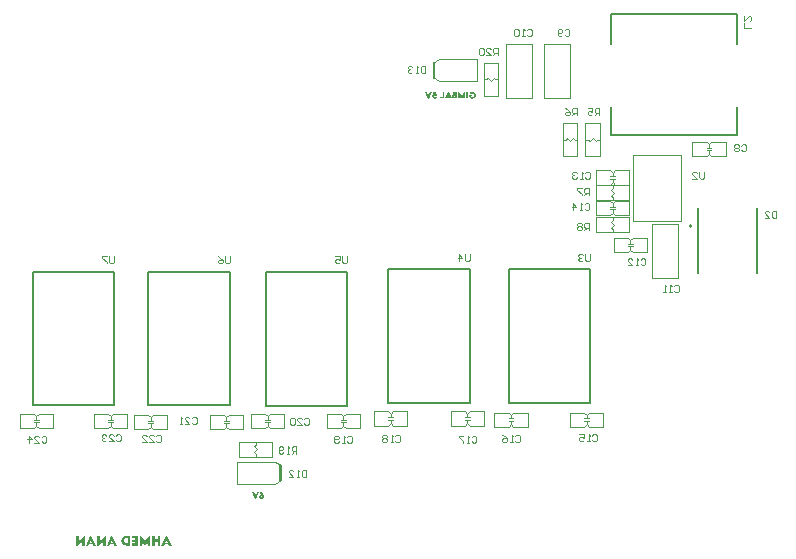
<source format=gbr>
%TF.GenerationSoftware,Altium Limited,Altium Designer,22.5.1 (42)*%
G04 Layer_Color=32896*
%FSLAX44Y44*%
%MOMM*%
%TF.SameCoordinates,01627914-4FCA-44A5-8146-F6A238B5A28C*%
%TF.FilePolarity,Positive*%
%TF.FileFunction,Legend,Bot*%
%TF.Part,Single*%
G01*
G75*
%TA.AperFunction,NonConductor*%
%ADD58C,0.2000*%
%ADD59C,0.0600*%
%ADD60C,0.1000*%
%ADD61C,0.1500*%
G36*
X-180953Y-235676D02*
X-183167D01*
Y-232511D01*
X-185678D01*
Y-235676D01*
X-187892D01*
Y-227295D01*
X-185678D01*
Y-230445D01*
X-183167D01*
Y-227295D01*
X-180953D01*
Y-235676D01*
D02*
G37*
G36*
X-227283D02*
X-229497D01*
Y-231575D01*
X-233821Y-235750D01*
X-234520D01*
Y-227280D01*
X-232306D01*
Y-231367D01*
X-227997Y-227206D01*
X-227283D01*
Y-235676D01*
D02*
G37*
G36*
X-245084Y-235676D02*
X-247298D01*
Y-231575D01*
X-251622Y-235750D01*
X-252321D01*
Y-227280D01*
X-250107D01*
Y-231367D01*
X-245798Y-227206D01*
X-245084D01*
Y-235676D01*
D02*
G37*
G36*
X-189363Y-235676D02*
X-191577D01*
Y-232347D01*
X-193850Y-235542D01*
X-193865D01*
X-196139Y-232347D01*
Y-235676D01*
X-198353D01*
Y-227206D01*
X-197461D01*
X-193850Y-232139D01*
X-190255Y-227206D01*
X-189363D01*
Y-235676D01*
D02*
G37*
G36*
X-171250D02*
X-173687D01*
X-174103Y-234695D01*
X-177253D01*
X-177669Y-235676D01*
X-180106D01*
X-176198Y-227176D01*
X-175143D01*
X-171250Y-235676D01*
D02*
G37*
G36*
X-199824D02*
X-205262D01*
Y-233610D01*
X-202008D01*
Y-232377D01*
X-204683D01*
Y-230534D01*
X-202008D01*
Y-229361D01*
X-205262D01*
Y-227295D01*
X-199824D01*
Y-235676D01*
D02*
G37*
G36*
X-206510Y-227295D02*
Y-235676D01*
X-209334D01*
X-209452Y-235661D01*
X-209601D01*
X-209779Y-235631D01*
X-209987Y-235616D01*
X-210225Y-235572D01*
X-210478Y-235527D01*
X-210745Y-235468D01*
X-211028Y-235393D01*
X-211295Y-235304D01*
X-211577Y-235200D01*
X-211860Y-235067D01*
X-212127Y-234918D01*
X-212380Y-234754D01*
X-212617Y-234561D01*
X-212632Y-234546D01*
X-212677Y-234517D01*
X-212736Y-234442D01*
X-212811Y-234353D01*
X-212900Y-234249D01*
X-213004Y-234116D01*
X-213108Y-233952D01*
X-213227Y-233759D01*
X-213331Y-233566D01*
X-213450Y-233328D01*
X-213554Y-233075D01*
X-213643Y-232808D01*
X-213732Y-232511D01*
X-213791Y-232199D01*
X-213836Y-231857D01*
X-213851Y-231500D01*
Y-231471D01*
Y-231411D01*
X-213836Y-231307D01*
X-213821Y-231173D01*
X-213806Y-231010D01*
X-213776Y-230817D01*
X-213732Y-230594D01*
X-213687Y-230371D01*
X-213613Y-230118D01*
X-213539Y-229866D01*
X-213435Y-229613D01*
X-213316Y-229361D01*
X-213182Y-229108D01*
X-213019Y-228855D01*
X-212826Y-228618D01*
X-212617Y-228410D01*
X-212603Y-228395D01*
X-212558Y-228365D01*
X-212499Y-228306D01*
X-212395Y-228231D01*
X-212276Y-228157D01*
X-212127Y-228053D01*
X-211949Y-227949D01*
X-211741Y-227845D01*
X-211518Y-227741D01*
X-211265Y-227637D01*
X-210983Y-227548D01*
X-210686Y-227459D01*
X-210359Y-227384D01*
X-210017Y-227340D01*
X-209646Y-227295D01*
X-209244Y-227280D01*
X-206510Y-227295D01*
D02*
G37*
G36*
X-217580Y-235676D02*
X-220017D01*
X-220433Y-234695D01*
X-223583D01*
X-224000Y-235676D01*
X-226436D01*
X-222528Y-227176D01*
X-221473D01*
X-217580Y-235676D01*
D02*
G37*
G36*
X-235381D02*
X-237818Y-235676D01*
X-238234Y-234695D01*
X-241385D01*
X-241800Y-235676D01*
X-244237D01*
X-240329Y-227176D01*
X-239275D01*
X-235381Y-235676D01*
D02*
G37*
G36*
X-94795Y-190671D02*
X-94765Y-190710D01*
X-94726Y-190778D01*
X-94668Y-190876D01*
X-94600Y-190983D01*
X-94522Y-191120D01*
X-94444Y-191256D01*
X-94346Y-191412D01*
X-94151Y-191754D01*
X-93946Y-192095D01*
X-93761Y-192427D01*
X-93673Y-192583D01*
X-93595Y-192729D01*
Y-192739D01*
X-93575Y-192758D01*
X-93556Y-192797D01*
X-93536Y-192846D01*
X-93497Y-192904D01*
X-93468Y-192973D01*
X-93390Y-193129D01*
X-93302Y-193304D01*
X-93215Y-193490D01*
X-93146Y-193655D01*
X-93088Y-193802D01*
Y-193821D01*
X-93068Y-193860D01*
X-93059Y-193929D01*
X-93039Y-194007D01*
X-93020Y-194095D01*
X-93010Y-194192D01*
X-93000Y-194280D01*
Y-194368D01*
Y-194377D01*
Y-194397D01*
Y-194426D01*
Y-194475D01*
X-93010Y-194524D01*
X-93020Y-194592D01*
X-93039Y-194738D01*
X-93068Y-194904D01*
X-93117Y-195080D01*
X-93185Y-195265D01*
X-93283Y-195431D01*
X-93293Y-195450D01*
X-93332Y-195499D01*
X-93400Y-195577D01*
X-93488Y-195665D01*
X-93595Y-195762D01*
X-93722Y-195870D01*
X-93868Y-195967D01*
X-94034Y-196055D01*
X-94044D01*
X-94053Y-196065D01*
X-94083Y-196074D01*
X-94112Y-196084D01*
X-94209Y-196113D01*
X-94336Y-196152D01*
X-94492Y-196192D01*
X-94668Y-196221D01*
X-94863Y-196240D01*
X-95068Y-196250D01*
X-95107D01*
X-95155Y-196240D01*
X-95224D01*
X-95302Y-196231D01*
X-95390Y-196211D01*
X-95497Y-196192D01*
X-95604Y-196172D01*
X-95838Y-196104D01*
X-96092Y-196006D01*
X-96219Y-195938D01*
X-96336Y-195870D01*
X-96462Y-195782D01*
X-96570Y-195684D01*
X-96580Y-195674D01*
X-96599Y-195655D01*
X-96628Y-195626D01*
X-96658Y-195587D01*
X-96706Y-195538D01*
X-96755Y-195470D01*
X-96814Y-195392D01*
X-96862Y-195314D01*
X-96970Y-195119D01*
X-97067Y-194894D01*
X-97106Y-194767D01*
X-97135Y-194631D01*
X-97155Y-194494D01*
X-97165Y-194348D01*
Y-194338D01*
Y-194319D01*
Y-194270D01*
X-97155Y-194221D01*
X-97145Y-194153D01*
X-97135Y-194085D01*
X-97097Y-193909D01*
X-97028Y-193714D01*
X-96940Y-193509D01*
X-96882Y-193402D01*
X-96814Y-193304D01*
X-96736Y-193207D01*
X-96648Y-193119D01*
X-96638Y-193109D01*
X-96628Y-193100D01*
X-96599Y-193080D01*
X-96560Y-193041D01*
X-96511Y-193012D01*
X-96453Y-192973D01*
X-96316Y-192885D01*
X-96141Y-192797D01*
X-95936Y-192719D01*
X-95711Y-192661D01*
X-95585Y-192651D01*
X-95458Y-192641D01*
X-95331D01*
X-95263Y-192651D01*
X-96482Y-190651D01*
X-94804D01*
X-94795Y-190671D01*
D02*
G37*
G36*
X-100003Y-196201D02*
X-100666D01*
X-103202Y-190651D01*
X-101603D01*
X-100325Y-193626D01*
X-99057Y-190651D01*
X-97477D01*
X-100003Y-196201D01*
D02*
G37*
G36*
X53215Y145462D02*
X52561Y145101D01*
X52551Y145110D01*
X52532Y145130D01*
X52493Y145159D01*
X52434Y145198D01*
X52376Y145237D01*
X52298Y145276D01*
X52210Y145315D01*
X52112Y145354D01*
X52103D01*
X52064Y145364D01*
X52005Y145384D01*
X51937Y145403D01*
X51849Y145413D01*
X51761Y145432D01*
X51556Y145452D01*
X51498D01*
X51439Y145442D01*
X51361Y145432D01*
X51274Y145413D01*
X51186Y145384D01*
X51088Y145344D01*
X51010Y145286D01*
X51000Y145276D01*
X50981Y145257D01*
X50942Y145218D01*
X50903Y145169D01*
X50864Y145101D01*
X50825Y145013D01*
X50796Y144915D01*
X50786Y144798D01*
Y144779D01*
Y144740D01*
X50796Y144681D01*
X50815Y144603D01*
X50844Y144525D01*
X50883Y144437D01*
X50942Y144350D01*
X51010Y144281D01*
X51020Y144272D01*
X51049Y144252D01*
X51098Y144233D01*
X51157Y144203D01*
X51235Y144164D01*
X51322Y144145D01*
X51420Y144125D01*
X51527Y144115D01*
X51566D01*
X51605Y144125D01*
X51664D01*
X51800Y144164D01*
X51869Y144184D01*
X51947Y144223D01*
X51956Y144233D01*
X51976Y144242D01*
X52015Y144272D01*
X52064Y144301D01*
X52171Y144398D01*
X52298Y144535D01*
X53488Y144008D01*
Y143998D01*
X53468Y143979D01*
X53449Y143950D01*
X53429Y143901D01*
X53351Y143794D01*
X53254Y143657D01*
X53127Y143501D01*
X52971Y143345D01*
X52805Y143199D01*
X52610Y143072D01*
X52600D01*
X52581Y143062D01*
X52551Y143043D01*
X52512Y143023D01*
X52463Y143004D01*
X52405Y142984D01*
X52259Y142926D01*
X52083Y142877D01*
X51878Y142828D01*
X51664Y142799D01*
X51430Y142789D01*
X51342D01*
X51274Y142799D01*
X51196Y142809D01*
X51098Y142818D01*
X51000Y142838D01*
X50883Y142857D01*
X50640Y142926D01*
X50386Y143023D01*
X50259Y143082D01*
X50132Y143150D01*
X50015Y143238D01*
X49898Y143326D01*
X49889Y143335D01*
X49869Y143355D01*
X49840Y143384D01*
X49801Y143423D01*
X49762Y143472D01*
X49703Y143540D01*
X49654Y143618D01*
X49596Y143706D01*
X49537Y143803D01*
X49479Y143911D01*
X49430Y144028D01*
X49381Y144155D01*
X49342Y144291D01*
X49303Y144437D01*
X49284Y144593D01*
X49274Y144759D01*
Y144769D01*
Y144798D01*
Y144837D01*
X49284Y144896D01*
X49294Y144964D01*
X49303Y145042D01*
X49342Y145227D01*
X49401Y145442D01*
X49489Y145666D01*
X49547Y145774D01*
X49616Y145891D01*
X49693Y145998D01*
X49781Y146096D01*
X49791Y146105D01*
X49801Y146115D01*
X49830Y146144D01*
X49869Y146173D01*
X49918Y146222D01*
X49976Y146261D01*
X50045Y146310D01*
X50132Y146359D01*
X50318Y146456D01*
X50542Y146544D01*
X50805Y146603D01*
X50942Y146622D01*
X51098Y146632D01*
X51235D01*
X51371Y146612D01*
X51517Y146593D01*
X51527D01*
X51547Y146583D01*
X51586Y146573D01*
X51625Y146564D01*
X51732Y146525D01*
X51849Y146476D01*
X51761Y147071D01*
X49771D01*
Y148368D01*
X52795D01*
X53215Y145462D01*
D02*
G37*
G36*
X46426Y142818D02*
X45763D01*
X43227Y148368D01*
X44826D01*
X46104Y145393D01*
X47372Y148368D01*
X48952D01*
X46426Y142818D01*
D02*
G37*
G36*
X77208Y142867D02*
X75755D01*
Y145052D01*
X74263Y142955D01*
X74253D01*
X72761Y145052D01*
Y142867D01*
X71308D01*
Y148427D01*
X71893D01*
X74263Y145188D01*
X76623Y148427D01*
X77208D01*
Y142867D01*
D02*
G37*
G36*
X83363Y148495D02*
X83441D01*
X83529Y148485D01*
X83626Y148466D01*
X83734Y148456D01*
X83977Y148407D01*
X84241Y148329D01*
X84504Y148231D01*
X84767Y148105D01*
X84777D01*
X84797Y148085D01*
X84836Y148066D01*
X84885Y148036D01*
X84933Y147997D01*
X85001Y147949D01*
X85158Y147832D01*
X85333Y147676D01*
X85509Y147500D01*
X85684Y147295D01*
X85850Y147061D01*
Y147051D01*
X85870Y147032D01*
X85889Y146993D01*
X85909Y146944D01*
X85938Y146885D01*
X85977Y146817D01*
X86016Y146729D01*
X86045Y146632D01*
X86123Y146417D01*
X86192Y146173D01*
X86230Y145910D01*
X86250Y145618D01*
Y145608D01*
Y145579D01*
Y145540D01*
X86240Y145481D01*
Y145413D01*
X86230Y145335D01*
X86221Y145237D01*
X86201Y145140D01*
X86152Y144915D01*
X86084Y144671D01*
X85987Y144418D01*
X85850Y144164D01*
X85840Y144155D01*
X85831Y144135D01*
X85811Y144106D01*
X85772Y144057D01*
X85733Y144008D01*
X85684Y143940D01*
X85567Y143794D01*
X85411Y143628D01*
X85216Y143462D01*
X85001Y143296D01*
X84758Y143140D01*
X84748D01*
X84728Y143121D01*
X84689Y143101D01*
X84631Y143082D01*
X84572Y143052D01*
X84494Y143023D01*
X84407Y142984D01*
X84299Y142945D01*
X84192Y142916D01*
X84065Y142877D01*
X83802Y142818D01*
X83509Y142769D01*
X83187Y142750D01*
X83109D01*
X83051Y142760D01*
X82983D01*
X82905Y142769D01*
X82807Y142779D01*
X82709Y142789D01*
X82485Y142828D01*
X82241Y142887D01*
X81997Y142974D01*
X81754Y143082D01*
X81744D01*
X81724Y143101D01*
X81695Y143121D01*
X81646Y143140D01*
X81529Y143218D01*
X81393Y143326D01*
X81227Y143462D01*
X81061Y143618D01*
X80895Y143813D01*
X80739Y144028D01*
Y144038D01*
X80720Y144057D01*
X80700Y144096D01*
X80681Y144135D01*
X80651Y144193D01*
X80622Y144272D01*
X80583Y144350D01*
X80544Y144447D01*
X80515Y144545D01*
X80476Y144662D01*
X80417Y144906D01*
X80378Y145188D01*
X80359Y145491D01*
Y145500D01*
Y145540D01*
Y145588D01*
Y145657D01*
X80369Y145735D01*
X80378Y145832D01*
X80398Y146027D01*
X83226D01*
Y144945D01*
X81958D01*
Y144925D01*
X81968Y144876D01*
X81988Y144808D01*
X82017Y144720D01*
X82056Y144613D01*
X82114Y144515D01*
X82202Y144408D01*
X82310Y144320D01*
X82319Y144311D01*
X82368Y144281D01*
X82436Y144252D01*
X82524Y144203D01*
X82651Y144164D01*
X82788Y144125D01*
X82943Y144096D01*
X83129Y144086D01*
X83158D01*
X83207Y144096D01*
X83256D01*
X83324Y144106D01*
X83392Y144115D01*
X83568Y144155D01*
X83763Y144213D01*
X83958Y144301D01*
X84153Y144418D01*
X84241Y144486D01*
X84328Y144564D01*
Y144574D01*
X84348Y144584D01*
X84397Y144642D01*
X84465Y144740D01*
X84543Y144867D01*
X84621Y145023D01*
X84699Y145198D01*
X84748Y145403D01*
X84758Y145510D01*
X84767Y145618D01*
Y145627D01*
Y145647D01*
X84758Y145686D01*
Y145725D01*
X84748Y145783D01*
X84738Y145852D01*
X84699Y145998D01*
X84650Y146173D01*
X84563Y146349D01*
X84455Y146534D01*
X84387Y146622D01*
X84309Y146700D01*
X84299Y146710D01*
X84290Y146720D01*
X84260Y146739D01*
X84231Y146769D01*
X84134Y146837D01*
X84007Y146915D01*
X83841Y147003D01*
X83656Y147071D01*
X83451Y147120D01*
X83217Y147149D01*
X83168D01*
X83109Y147139D01*
X83031Y147129D01*
X82934Y147110D01*
X82836Y147090D01*
X82729Y147051D01*
X82612Y147012D01*
X82602Y147003D01*
X82563Y146993D01*
X82505Y146964D01*
X82427Y146924D01*
X82339Y146876D01*
X82251Y146817D01*
X82066Y146671D01*
X81256Y147783D01*
X81276Y147793D01*
X81315Y147841D01*
X81393Y147900D01*
X81500Y147968D01*
X81627Y148046D01*
X81783Y148134D01*
X81949Y148222D01*
X82144Y148300D01*
X82154D01*
X82163Y148310D01*
X82192Y148319D01*
X82232Y148329D01*
X82339Y148358D01*
X82475Y148397D01*
X82641Y148436D01*
X82826Y148466D01*
X83012Y148495D01*
X83217Y148505D01*
X83304D01*
X83363Y148495D01*
D02*
G37*
G36*
X79627Y142867D02*
X78174D01*
Y148368D01*
X79627D01*
Y142867D01*
D02*
G37*
G36*
X70342D02*
X67962D01*
X67923Y142877D01*
X67864D01*
X67786Y142887D01*
X67708Y142896D01*
X67513Y142935D01*
X67299Y143004D01*
X67074Y143091D01*
X66860Y143208D01*
X66762Y143287D01*
X66665Y143374D01*
X66655Y143384D01*
X66645Y143394D01*
X66616Y143423D01*
X66587Y143462D01*
X66509Y143569D01*
X66411Y143706D01*
X66323Y143872D01*
X66245Y144076D01*
X66177Y144301D01*
X66167Y144418D01*
X66158Y144545D01*
Y144554D01*
Y144574D01*
Y144603D01*
X66167Y144652D01*
X66187Y144769D01*
X66216Y144915D01*
X66265Y145071D01*
X66333Y145247D01*
X66431Y145413D01*
X66557Y145569D01*
X66577Y145588D01*
X66626Y145627D01*
X66704Y145696D01*
X66801Y145764D01*
X66928Y145842D01*
X67074Y145900D01*
X67231Y145949D01*
X67406Y145969D01*
X67377D01*
X67338Y145978D01*
X67289Y145998D01*
X67231Y146037D01*
X67162Y146076D01*
X67094Y146144D01*
X67026Y146232D01*
X67016Y146242D01*
X66996Y146281D01*
X66957Y146339D01*
X66918Y146427D01*
X66879Y146525D01*
X66850Y146651D01*
X66821Y146788D01*
X66811Y146944D01*
Y146954D01*
Y146973D01*
Y147003D01*
X66821Y147042D01*
X66840Y147149D01*
X66879Y147285D01*
X66938Y147442D01*
X67016Y147607D01*
X67143Y147783D01*
X67211Y147861D01*
X67299Y147939D01*
X67309Y147949D01*
X67318Y147958D01*
X67347Y147978D01*
X67386Y148007D01*
X67435Y148036D01*
X67494Y148076D01*
X67630Y148153D01*
X67816Y148231D01*
X68021Y148300D01*
X68264Y148349D01*
X68538Y148368D01*
X70342D01*
Y142867D01*
D02*
G37*
G36*
X65943D02*
X64343D01*
X64070Y143511D01*
X62003D01*
X61729Y142867D01*
X60130D01*
X62695Y148446D01*
X63388D01*
X65943Y142867D01*
D02*
G37*
G36*
X59574D02*
X56004D01*
Y144233D01*
X58121D01*
Y148368D01*
X59574D01*
Y142867D01*
D02*
G37*
%LPC*%
G36*
X-175678Y-231084D02*
X-176540Y-233075D01*
X-174816D01*
X-175678Y-231084D01*
D02*
G37*
G36*
X-208680Y-229361D02*
X-209289D01*
X-209378Y-229375D01*
X-209467D01*
X-209586Y-229390D01*
X-209839Y-229435D01*
X-210121Y-229509D01*
X-210418Y-229613D01*
X-210716Y-229747D01*
X-210968Y-229940D01*
X-210983D01*
X-210998Y-229970D01*
X-211072Y-230044D01*
X-211176Y-230163D01*
X-211295Y-230341D01*
X-211399Y-230564D01*
X-211503Y-230832D01*
X-211577Y-231144D01*
X-211607Y-231322D01*
Y-231500D01*
Y-231515D01*
Y-231545D01*
Y-231590D01*
X-211592Y-231664D01*
X-211577Y-231842D01*
X-211533Y-232065D01*
X-211458Y-232303D01*
X-211340Y-232555D01*
X-211176Y-232808D01*
X-211087Y-232927D01*
X-210968Y-233031D01*
X-210938Y-233060D01*
X-210849Y-233120D01*
X-210716Y-233209D01*
X-210522Y-233298D01*
X-210270Y-233402D01*
X-209973Y-233491D01*
X-209616Y-233551D01*
X-209215Y-233581D01*
X-208680D01*
Y-229361D01*
D02*
G37*
G36*
X-222008Y-231084D02*
X-222870Y-233075D01*
X-221147D01*
X-222008Y-231084D01*
D02*
G37*
G36*
X-239809Y-231084D02*
X-240671Y-233075D01*
X-238948D01*
X-239809Y-231084D01*
D02*
G37*
G36*
X-95087Y-193655D02*
X-95136D01*
X-95185Y-193665D01*
X-95243Y-193685D01*
X-95312Y-193704D01*
X-95380Y-193734D01*
X-95458Y-193782D01*
X-95526Y-193841D01*
X-95536Y-193851D01*
X-95555Y-193870D01*
X-95585Y-193909D01*
X-95624Y-193968D01*
X-95653Y-194026D01*
X-95682Y-194104D01*
X-95711Y-194202D01*
X-95721Y-194299D01*
Y-194309D01*
Y-194348D01*
X-95711Y-194397D01*
X-95692Y-194465D01*
X-95673Y-194533D01*
X-95633Y-194611D01*
X-95585Y-194689D01*
X-95526Y-194758D01*
X-95516Y-194767D01*
X-95497Y-194787D01*
X-95458Y-194806D01*
X-95409Y-194846D01*
X-95341Y-194875D01*
X-95263Y-194904D01*
X-95185Y-194923D01*
X-95087Y-194933D01*
X-95048D01*
X-95000Y-194923D01*
X-94931Y-194904D01*
X-94863Y-194884D01*
X-94795Y-194855D01*
X-94717Y-194816D01*
X-94648Y-194758D01*
X-94639Y-194748D01*
X-94619Y-194728D01*
X-94590Y-194689D01*
X-94561Y-194631D01*
X-94522Y-194572D01*
X-94492Y-194494D01*
X-94473Y-194407D01*
X-94463Y-194309D01*
Y-194299D01*
Y-194260D01*
X-94473Y-194212D01*
X-94492Y-194143D01*
X-94512Y-194065D01*
X-94541Y-193987D01*
X-94590Y-193909D01*
X-94648Y-193841D01*
X-94658Y-193831D01*
X-94678Y-193812D01*
X-94717Y-193782D01*
X-94775Y-193753D01*
X-94834Y-193714D01*
X-94912Y-193685D01*
X-95000Y-193665D01*
X-95087Y-193655D01*
D02*
G37*
G36*
X68947Y147110D02*
X68547D01*
X68498Y147100D01*
X68450Y147090D01*
X68323Y147061D01*
X68196Y146993D01*
X68186D01*
X68167Y146973D01*
X68147Y146944D01*
X68118Y146915D01*
X68060Y146817D01*
X68040Y146749D01*
X68030Y146681D01*
Y146671D01*
Y146642D01*
X68040Y146603D01*
X68050Y146564D01*
X68079Y146505D01*
X68108Y146447D01*
X68147Y146398D01*
X68196Y146349D01*
X68206D01*
X68225Y146330D01*
X68255Y146310D01*
X68303Y146291D01*
X68362Y146271D01*
X68430Y146251D01*
X68508Y146242D01*
X68596Y146232D01*
X68947D01*
Y147110D01*
D02*
G37*
G36*
Y145237D02*
X68157D01*
X68099Y145227D01*
X68030Y145218D01*
X67874Y145169D01*
X67796Y145140D01*
X67728Y145091D01*
X67718Y145081D01*
X67699Y145071D01*
X67679Y145042D01*
X67640Y144993D01*
X67611Y144945D01*
X67582Y144886D01*
X67562Y144808D01*
X67552Y144720D01*
Y144711D01*
Y144671D01*
X67562Y144623D01*
X67582Y144564D01*
X67611Y144496D01*
X67640Y144437D01*
X67689Y144369D01*
X67757Y144311D01*
X67767Y144301D01*
X67796Y144291D01*
X67835Y144272D01*
X67884Y144252D01*
X67952Y144223D01*
X68030Y144203D01*
X68118Y144193D01*
X68216Y144184D01*
X68947D01*
Y145237D01*
D02*
G37*
G36*
X63036Y145881D02*
X62471Y144574D01*
X63602D01*
X63036Y145881D01*
D02*
G37*
%LPD*%
D58*
X268860Y35000D02*
G03*
X268860Y35000I-860J0D01*
G01*
X-91740Y-117105D02*
Y-3855D01*
Y-117105D02*
X-22740D01*
Y-3855D01*
X-91740D02*
X-74303D01*
X-22740D01*
X274000Y-5000D02*
Y50000D01*
X324000Y-5000D02*
Y50000D01*
X307000Y112000D02*
Y136000D01*
X201000Y112000D02*
X307000D01*
X201000D02*
Y136000D01*
X307000Y189250D02*
Y214000D01*
X201000D02*
X307000D01*
X201000Y189250D02*
Y214000D01*
X-173563Y-3750D02*
X-122000D01*
X-191000D02*
X-173563D01*
X-122000Y-117000D02*
Y-3750D01*
X-191000Y-117000D02*
X-122000D01*
X-191000D02*
Y-3750D01*
X-271563D02*
X-220000D01*
X-289000D02*
X-271563D01*
X-220000Y-117000D02*
Y-3750D01*
X-289000Y-117000D02*
X-220000D01*
X-289000D02*
Y-3750D01*
X131438Y-1750D02*
X183000D01*
X114000D02*
X131438D01*
X183000Y-115000D02*
Y-1750D01*
X114000Y-115000D02*
X183000D01*
X114000D02*
Y-1750D01*
X29437Y-1750D02*
X81000D01*
X12000D02*
X29437D01*
X81000Y-115000D02*
Y-1750D01*
X12000Y-115000D02*
X81000D01*
X12000D02*
Y-1750D01*
D59*
X219500Y95000D02*
X260250D01*
X219500Y39500D02*
Y95000D01*
Y39500D02*
X260250D01*
Y95000D01*
D60*
X-271900Y-136000D02*
Y-124000D01*
X-284000Y-136000D02*
X-271900D01*
X-286000Y-134000D02*
X-284000Y-136000D01*
X-288000D02*
X-286000Y-134000D01*
X-300100Y-136000D02*
X-288000D01*
X-300100D02*
Y-124000D01*
X-288000D01*
X-286000Y-126000D01*
X-284000Y-124000D01*
X-271900D01*
X-286000Y-129000D02*
Y-126000D01*
Y-134000D02*
Y-131000D01*
X-288000Y-129000D02*
X-284000D01*
X-288000Y-131000D02*
X-284000D01*
X-225000Y-129000D02*
X-221000D01*
X-225000Y-131000D02*
X-221000D01*
X-223000Y-129000D02*
Y-126000D01*
Y-134000D02*
Y-131000D01*
X-237100Y-136000D02*
X-225000D01*
X-223000Y-134000D01*
X-221000Y-136000D01*
X-208900D01*
Y-124000D01*
X-221000D02*
X-208900D01*
X-223000Y-126000D02*
X-221000Y-124000D01*
X-225000D02*
X-223000Y-126000D01*
X-237100Y-124000D02*
X-225000D01*
X-237100Y-136000D02*
Y-124000D01*
X-191000Y-132000D02*
X-187000D01*
X-191000Y-130000D02*
X-187000D01*
X-189000Y-135000D02*
Y-132000D01*
Y-130000D02*
Y-127000D01*
X-187000Y-125000D02*
X-174900D01*
X-189000Y-127000D02*
X-187000Y-125000D01*
X-191000D02*
X-189000Y-127000D01*
X-203100Y-125000D02*
X-191000D01*
X-203100Y-137000D02*
Y-125000D01*
Y-137000D02*
X-191000D01*
X-189000Y-135000D01*
X-187000Y-137000D01*
X-174900D01*
Y-125000D01*
X-127000Y-130000D02*
X-123000D01*
X-127000Y-132000D02*
X-123000D01*
X-125000Y-130000D02*
Y-127000D01*
Y-135000D02*
Y-132000D01*
X-139100Y-137000D02*
X-127000D01*
X-125000Y-135000D01*
X-123000Y-137000D01*
X-110900D01*
Y-125000D01*
X-123000D02*
X-110900D01*
X-125000Y-127000D02*
X-123000Y-125000D01*
X-127000D02*
X-125000Y-127000D01*
X-139100Y-125000D02*
X-127000D01*
X-139100Y-137000D02*
Y-125000D01*
X-92000Y-131000D02*
X-88000D01*
X-92000Y-129000D02*
X-88000D01*
X-90000Y-134000D02*
Y-131000D01*
Y-129000D02*
Y-126000D01*
X-88000Y-124000D02*
X-75900D01*
X-90000Y-126000D02*
X-88000Y-124000D01*
X-92000D02*
X-90000Y-126000D01*
X-104100Y-124000D02*
X-92000D01*
X-104100Y-136000D02*
Y-124000D01*
Y-136000D02*
X-92000D01*
X-90000Y-134000D01*
X-88000Y-136000D01*
X-75900D01*
Y-124000D01*
X-28000Y-129000D02*
X-24000D01*
X-28000Y-131000D02*
X-24000D01*
X-26000Y-129000D02*
Y-126000D01*
Y-134000D02*
Y-131000D01*
X-40100Y-136000D02*
X-28000D01*
X-26000Y-134000D01*
X-24000Y-136000D01*
X-11900D01*
Y-124000D01*
X-24000D02*
X-11900D01*
X-26000Y-126000D02*
X-24000Y-124000D01*
X-28000D02*
X-26000Y-126000D01*
X-40100Y-124000D02*
X-28000D01*
X-40100Y-136000D02*
Y-124000D01*
X12000Y-129000D02*
X16000D01*
X12000Y-127000D02*
X16000D01*
X14000Y-132000D02*
Y-129000D01*
Y-127000D02*
Y-124000D01*
X16000Y-122000D02*
X28100D01*
X14000Y-124000D02*
X16000Y-122000D01*
X12000D02*
X14000Y-124000D01*
X-100Y-122000D02*
X12000D01*
X-100Y-134000D02*
Y-122000D01*
Y-134000D02*
X12000D01*
X14000Y-132000D01*
X16000Y-134000D01*
X28100D01*
Y-122000D01*
X77000Y-127000D02*
X81000D01*
X77000Y-129000D02*
X81000D01*
X79000Y-127000D02*
Y-124000D01*
Y-132000D02*
Y-129000D01*
X64900Y-134000D02*
X77000D01*
X79000Y-132000D01*
X81000Y-134000D01*
X93100D01*
Y-122000D01*
X81000D02*
X93100D01*
X79000Y-124000D02*
X81000Y-122000D01*
X77000D02*
X79000Y-124000D01*
X64900Y-122000D02*
X77000D01*
X64900Y-134000D02*
Y-122000D01*
X114000Y-130000D02*
X118000D01*
X114000Y-128000D02*
X118000D01*
X116000Y-133000D02*
Y-130000D01*
Y-128000D02*
Y-125000D01*
X118000Y-123000D02*
X130100D01*
X116000Y-125000D02*
X118000Y-123000D01*
X114000D02*
X116000Y-125000D01*
X101900Y-123000D02*
X114000D01*
X101900Y-135000D02*
Y-123000D01*
Y-135000D02*
X114000D01*
X116000Y-133000D01*
X118000Y-135000D01*
X130100D01*
Y-123000D01*
X165900Y-135000D02*
Y-123000D01*
X178000D01*
X180000Y-125000D01*
X182000Y-123000D01*
X194100D01*
Y-135000D02*
Y-123000D01*
X182000Y-135000D02*
X194100D01*
X180000Y-133000D02*
X182000Y-135000D01*
X178000D02*
X180000Y-133000D01*
X165900Y-135000D02*
X178000D01*
X180000Y-133000D02*
Y-130000D01*
Y-128000D02*
Y-125000D01*
X178000Y-130000D02*
X182000D01*
X178000Y-128000D02*
X182000D01*
X-114000Y-147750D02*
X-86000D01*
Y-160250D02*
Y-147750D01*
X-100000Y-150190D02*
Y-147750D01*
X-101270Y-151460D02*
X-100000Y-150190D01*
X-101270Y-151460D02*
X-98730Y-154000D01*
X-101270Y-156540D02*
X-98730Y-154000D01*
X-101270Y-156540D02*
X-100000Y-157810D01*
Y-160250D02*
Y-157810D01*
X-114000Y-160250D02*
X-86000D01*
X-114000D02*
Y-147750D01*
X-116000Y-183500D02*
X-83875D01*
X-116000D02*
Y-164500D01*
X-83875Y-183500D02*
X-79000Y-180250D01*
X-116000Y-164500D02*
X-83875D01*
X-79000Y-167750D01*
Y-180250D02*
Y-167750D01*
X54875Y176500D02*
X87000D01*
Y157500D02*
Y176500D01*
X50000Y173250D02*
X54875Y176500D01*
Y157500D02*
X87000D01*
X50000Y160750D02*
X54875Y157500D01*
X50000Y160750D02*
Y173250D01*
X216100Y70000D02*
Y82000D01*
X204000Y70000D02*
X216100D01*
X202000Y72000D02*
X204000Y70000D01*
X200000D02*
X202000Y72000D01*
X187900Y70000D02*
X200000D01*
X187900D02*
Y82000D01*
X200000D01*
X202000Y80000D01*
X204000Y82000D01*
X216100D01*
X202000Y77000D02*
Y80000D01*
Y72000D02*
Y75000D01*
X200000Y77000D02*
X204000D01*
X200000Y75000D02*
X204000D01*
X188000Y69250D02*
X216000D01*
Y56750D02*
Y69250D01*
X202000Y66810D02*
Y69250D01*
X200730Y65540D02*
X202000Y66810D01*
X200730Y65540D02*
X203270Y63000D01*
X200730Y60460D02*
X203270Y63000D01*
X200730Y60460D02*
X202000Y59190D01*
Y56750D02*
Y59190D01*
X188000Y56750D02*
X216000D01*
X188000D02*
Y69250D01*
X187900Y44000D02*
Y56000D01*
X200000D01*
X202000Y54000D01*
X204000Y56000D01*
X216100D01*
Y44000D02*
Y56000D01*
X204000Y44000D02*
X216100D01*
X202000Y46000D02*
X204000Y44000D01*
X200000D02*
X202000Y46000D01*
X187900Y44000D02*
X200000D01*
X202000Y46000D02*
Y49000D01*
Y51000D02*
Y54000D01*
X200000Y49000D02*
X204000D01*
X200000Y51000D02*
X204000D01*
X188000Y42250D02*
X216000D01*
Y29750D02*
Y42250D01*
X202000Y39810D02*
Y42250D01*
X200730Y38540D02*
X202000Y39810D01*
X200730Y38540D02*
X203270Y36000D01*
X200730Y33460D02*
X203270Y36000D01*
X200730Y33460D02*
X202000Y32190D01*
Y29750D02*
Y32190D01*
X188000Y29750D02*
X216000D01*
X188000D02*
Y42250D01*
X231100Y13000D02*
Y25000D01*
X219000Y13000D02*
X231100D01*
X217000Y15000D02*
X219000Y13000D01*
X215000D02*
X217000Y15000D01*
X202900Y13000D02*
X215000D01*
X202900D02*
Y25000D01*
X215000D01*
X217000Y23000D01*
X219000Y25000D01*
X231100D01*
X217000Y20000D02*
Y23000D01*
Y15000D02*
Y18000D01*
X215000Y20000D02*
X219000D01*
X215000Y18000D02*
X219000D01*
X257000Y-9000D02*
Y37000D01*
X235000Y-9000D02*
X257000D01*
X235000Y37000D02*
X257000D01*
X235000Y-9000D02*
Y37000D01*
X269650Y94250D02*
Y106250D01*
X281750D01*
X283750Y104250D01*
X285750Y106250D01*
X297850D01*
Y94250D02*
Y106250D01*
X285750Y94250D02*
X297850D01*
X283750Y96250D02*
X285750Y94250D01*
X281750D02*
X283750Y96250D01*
X269650Y94250D02*
X281750D01*
X283750Y96250D02*
Y99250D01*
Y101250D02*
Y104250D01*
X281750Y99250D02*
X285750D01*
X281750Y101250D02*
X285750D01*
X178750Y94000D02*
Y122000D01*
X191250D01*
X178750Y108000D02*
X181190D01*
X182460Y106730D01*
X185000Y109270D01*
X187540Y106730D01*
X188810Y108000D01*
X191250D01*
Y94000D02*
Y122000D01*
X178750Y94000D02*
X191250D01*
X134000Y143000D02*
Y189000D01*
X112000Y143000D02*
X134000D01*
X112000Y189000D02*
X134000D01*
X112000Y143000D02*
Y189000D01*
X166000Y143000D02*
Y189000D01*
X144000Y143000D02*
X166000D01*
X144000Y189000D02*
X166000D01*
X144000Y143000D02*
Y189000D01*
X159750Y122000D02*
X172250D01*
X159750Y94000D02*
Y122000D01*
Y108000D02*
X162190D01*
X163460Y109270D01*
X166000Y106730D01*
X168540Y109270D01*
X169810Y108000D01*
X172250D01*
X159750Y94000D02*
X172250D01*
Y122000D01*
X92750Y173000D02*
X105250D01*
X92750Y145000D02*
Y173000D01*
Y159000D02*
X95190D01*
X96460Y160270D01*
X99000Y157730D01*
X101540Y160270D01*
X102810Y159000D01*
X105250D01*
X92750Y145000D02*
X105250D01*
Y173000D01*
X129459Y200486D02*
X130459Y201486D01*
X132458D01*
X133458Y200486D01*
Y196488D01*
X132458Y195488D01*
X130459D01*
X129459Y196488D01*
X127460Y195488D02*
X125461D01*
X126460D01*
Y201486D01*
X127460Y200486D01*
X122462D02*
X121462Y201486D01*
X119462D01*
X118463Y200486D01*
Y196488D01*
X119462Y195488D01*
X121462D01*
X122462Y196488D01*
Y200486D01*
X161463D02*
X162463Y201486D01*
X164462D01*
X165462Y200486D01*
Y196488D01*
X164462Y195488D01*
X162463D01*
X161463Y196488D01*
X159464D02*
X158464Y195488D01*
X156465D01*
X155465Y196488D01*
Y200486D01*
X156465Y201486D01*
X158464D01*
X159464Y200486D01*
Y199487D01*
X158464Y198487D01*
X155465D01*
X-281501Y-143501D02*
X-280502Y-142501D01*
X-278502D01*
X-277503Y-143501D01*
Y-147499D01*
X-278502Y-148499D01*
X-280502D01*
X-281501Y-147499D01*
X-287499Y-148499D02*
X-283501D01*
X-287499Y-144500D01*
Y-143501D01*
X-286500Y-142501D01*
X-284500D01*
X-283501Y-143501D01*
X-292498Y-148499D02*
Y-142501D01*
X-289499Y-145500D01*
X-293497D01*
X-184501Y-143001D02*
X-183502Y-142001D01*
X-181502D01*
X-180503Y-143001D01*
Y-146999D01*
X-181502Y-147999D01*
X-183502D01*
X-184501Y-146999D01*
X-190499Y-147999D02*
X-186501D01*
X-190499Y-144000D01*
Y-143001D01*
X-189500Y-142001D01*
X-187500D01*
X-186501Y-143001D01*
X-196497Y-147999D02*
X-192499D01*
X-196497Y-144000D01*
Y-143001D01*
X-195498Y-142001D01*
X-193498D01*
X-192499Y-143001D01*
X-59001Y-128251D02*
X-58002Y-127251D01*
X-56002D01*
X-55003Y-128251D01*
Y-132249D01*
X-56002Y-133249D01*
X-58002D01*
X-59001Y-132249D01*
X-64999Y-133249D02*
X-61001D01*
X-64999Y-129250D01*
Y-128251D01*
X-64000Y-127251D01*
X-62000D01*
X-61001Y-128251D01*
X-66999D02*
X-67998Y-127251D01*
X-69998D01*
X-70997Y-128251D01*
Y-132249D01*
X-69998Y-133249D01*
X-67998D01*
X-66999Y-132249D01*
Y-128251D01*
X17999Y-143001D02*
X18999Y-142001D01*
X20998D01*
X21997Y-143001D01*
Y-146999D01*
X20998Y-147999D01*
X18999D01*
X17999Y-146999D01*
X15999Y-147999D02*
X14000D01*
X15000D01*
Y-142001D01*
X15999Y-143001D01*
X11001D02*
X10001Y-142001D01*
X8002D01*
X7002Y-143001D01*
Y-144000D01*
X8002Y-145000D01*
X7002Y-146000D01*
Y-146999D01*
X8002Y-147999D01*
X10001D01*
X11001Y-146999D01*
Y-146000D01*
X10001Y-145000D01*
X11001Y-144000D01*
Y-143001D01*
X10001Y-145000D02*
X8002D01*
X119499Y-143001D02*
X120499Y-142001D01*
X122498D01*
X123497Y-143001D01*
Y-146999D01*
X122498Y-147999D01*
X120499D01*
X119499Y-146999D01*
X117500Y-147999D02*
X115500D01*
X116500D01*
Y-142001D01*
X117500Y-143001D01*
X108502Y-142001D02*
X110502Y-143001D01*
X112501Y-145000D01*
Y-146999D01*
X111502Y-147999D01*
X109502D01*
X108502Y-146999D01*
Y-146000D01*
X109502Y-145000D01*
X112501D01*
X-220110Y9208D02*
Y4210D01*
X-221110Y3210D01*
X-223109D01*
X-224109Y4210D01*
Y9208D01*
X-226108D02*
X-230107D01*
Y8208D01*
X-226108Y4210D01*
Y3210D01*
X-122066Y9208D02*
Y4210D01*
X-123066Y3210D01*
X-125065D01*
X-126065Y4210D01*
Y9208D01*
X-132063D02*
X-130063Y8208D01*
X-128064Y6209D01*
Y4210D01*
X-129064Y3210D01*
X-131063D01*
X-132063Y4210D01*
Y5209D01*
X-131063Y6209D01*
X-128064D01*
X-22752Y9208D02*
Y4210D01*
X-23752Y3210D01*
X-25751D01*
X-26751Y4210D01*
Y9208D01*
X-32749D02*
X-28750D01*
Y6209D01*
X-30749Y7209D01*
X-31749D01*
X-32749Y6209D01*
Y4210D01*
X-31749Y3210D01*
X-29750D01*
X-28750Y4210D01*
X80880Y11240D02*
Y6242D01*
X79880Y5242D01*
X77881D01*
X76881Y6242D01*
Y11240D01*
X71883Y5242D02*
Y11240D01*
X74882Y8241D01*
X70883D01*
X182988Y11240D02*
Y6242D01*
X181988Y5242D01*
X179989D01*
X178989Y6242D01*
Y11240D01*
X176990Y10240D02*
X175990Y11240D01*
X173991D01*
X172991Y10240D01*
Y9241D01*
X173991Y8241D01*
X174991D01*
X173991D01*
X172991Y7241D01*
Y6242D01*
X173991Y5242D01*
X175990D01*
X176990Y6242D01*
X279498Y80999D02*
Y76001D01*
X278499Y75001D01*
X276499D01*
X275500Y76001D01*
Y80999D01*
X269502Y75001D02*
X273500D01*
X269502Y79000D01*
Y79999D01*
X270501Y80999D01*
X272501D01*
X273500Y79999D01*
X104756Y179486D02*
Y185484D01*
X101757D01*
X100757Y184484D01*
Y182485D01*
X101757Y181485D01*
X104756D01*
X102757D02*
X100757Y179486D01*
X94759D02*
X98758D01*
X94759Y183485D01*
Y184484D01*
X95759Y185484D01*
X97758D01*
X98758Y184484D01*
X92760D02*
X91760Y185484D01*
X89761D01*
X88761Y184484D01*
Y180486D01*
X89761Y179486D01*
X91760D01*
X92760Y180486D01*
Y184484D01*
X-65752Y-157749D02*
Y-151751D01*
X-68752D01*
X-69751Y-152751D01*
Y-154750D01*
X-68752Y-155750D01*
X-65752D01*
X-67752D02*
X-69751Y-157749D01*
X-71750D02*
X-73750D01*
X-72750D01*
Y-151751D01*
X-71750Y-152751D01*
X-76749Y-156749D02*
X-77748Y-157749D01*
X-79748D01*
X-80748Y-156749D01*
Y-152751D01*
X-79748Y-151751D01*
X-77748D01*
X-76749Y-152751D01*
Y-153750D01*
X-77748Y-154750D01*
X-80748D01*
X181998Y31501D02*
Y37499D01*
X178999D01*
X178000Y36499D01*
Y34500D01*
X178999Y33500D01*
X181998D01*
X179999D02*
X178000Y31501D01*
X176000Y36499D02*
X175001Y37499D01*
X173001D01*
X172002Y36499D01*
Y35500D01*
X173001Y34500D01*
X172002Y33500D01*
Y32501D01*
X173001Y31501D01*
X175001D01*
X176000Y32501D01*
Y33500D01*
X175001Y34500D01*
X176000Y35500D01*
Y36499D01*
X175001Y34500D02*
X173001D01*
X181998Y60751D02*
Y66749D01*
X178999D01*
X178000Y65749D01*
Y63750D01*
X178999Y62750D01*
X181998D01*
X179999D02*
X178000Y60751D01*
X176000Y66749D02*
X172002D01*
Y65749D01*
X176000Y61751D01*
Y60751D01*
X171812Y128686D02*
Y134684D01*
X168813D01*
X167813Y133684D01*
Y131685D01*
X168813Y130685D01*
X171812D01*
X169813D02*
X167813Y128686D01*
X161815Y134684D02*
X163815Y133684D01*
X165814Y131685D01*
Y129686D01*
X164814Y128686D01*
X162815D01*
X161815Y129686D01*
Y130685D01*
X162815Y131685D01*
X165814D01*
X190862Y128686D02*
Y134684D01*
X187863D01*
X186863Y133684D01*
Y131685D01*
X187863Y130685D01*
X190862D01*
X188863D02*
X186863Y128686D01*
X180865Y134684D02*
X184864D01*
Y131685D01*
X182865Y132685D01*
X181865D01*
X180865Y131685D01*
Y129686D01*
X181865Y128686D01*
X183864D01*
X184864Y129686D01*
X319249Y202502D02*
X313251D01*
Y206500D01*
Y212498D02*
Y208500D01*
X317250Y212498D01*
X318249D01*
X319249Y211499D01*
Y209499D01*
X318249Y208500D01*
X43498Y170499D02*
Y164501D01*
X40498D01*
X39499Y165501D01*
Y169499D01*
X40498Y170499D01*
X43498D01*
X37499Y164501D02*
X35500D01*
X36500D01*
Y170499D01*
X37499Y169499D01*
X32501D02*
X31502Y170499D01*
X29502D01*
X28502Y169499D01*
Y168500D01*
X29502Y167500D01*
X30502D01*
X29502D01*
X28502Y166500D01*
Y165501D01*
X29502Y164501D01*
X31502D01*
X32501Y165501D01*
X-57252Y-171501D02*
Y-177499D01*
X-60251D01*
X-61251Y-176499D01*
Y-172501D01*
X-60251Y-171501D01*
X-57252D01*
X-63250Y-177499D02*
X-65250D01*
X-64250D01*
Y-171501D01*
X-63250Y-172501D01*
X-72248Y-177499D02*
X-68249D01*
X-72248Y-173500D01*
Y-172501D01*
X-71248Y-171501D01*
X-69249D01*
X-68249Y-172501D01*
X340748Y47999D02*
Y42001D01*
X337749D01*
X336750Y43001D01*
Y46999D01*
X337749Y47999D01*
X340748D01*
X330752Y42001D02*
X334750D01*
X330752Y46000D01*
Y46999D01*
X331751Y47999D01*
X333751D01*
X334750Y46999D01*
X-218501Y-142501D02*
X-217502Y-141501D01*
X-215502D01*
X-214503Y-142501D01*
Y-146499D01*
X-215502Y-147499D01*
X-217502D01*
X-218501Y-146499D01*
X-224499Y-147499D02*
X-220501D01*
X-224499Y-143500D01*
Y-142501D01*
X-223500Y-141501D01*
X-221500D01*
X-220501Y-142501D01*
X-226499D02*
X-227498Y-141501D01*
X-229498D01*
X-230497Y-142501D01*
Y-143500D01*
X-229498Y-144500D01*
X-228498D01*
X-229498D01*
X-230497Y-145500D01*
Y-146499D01*
X-229498Y-147499D01*
X-227498D01*
X-226499Y-146499D01*
X-154251Y-127751D02*
X-153251Y-126751D01*
X-151252D01*
X-150252Y-127751D01*
Y-131749D01*
X-151252Y-132749D01*
X-153251D01*
X-154251Y-131749D01*
X-160249Y-132749D02*
X-156250D01*
X-160249Y-128750D01*
Y-127751D01*
X-159249Y-126751D01*
X-157250D01*
X-156250Y-127751D01*
X-162248Y-132749D02*
X-164248D01*
X-163248D01*
Y-126751D01*
X-162248Y-127751D01*
X-22751Y-143501D02*
X-21751Y-142501D01*
X-19752D01*
X-18752Y-143501D01*
Y-147499D01*
X-19752Y-148499D01*
X-21751D01*
X-22751Y-147499D01*
X-24750Y-148499D02*
X-26750D01*
X-25750D01*
Y-142501D01*
X-24750Y-143501D01*
X-29749Y-147499D02*
X-30749Y-148499D01*
X-32748D01*
X-33748Y-147499D01*
Y-143501D01*
X-32748Y-142501D01*
X-30749D01*
X-29749Y-143501D01*
Y-144500D01*
X-30749Y-145500D01*
X-33748D01*
X82749Y-143501D02*
X83749Y-142501D01*
X85748D01*
X86748Y-143501D01*
Y-147499D01*
X85748Y-148499D01*
X83749D01*
X82749Y-147499D01*
X80750Y-148499D02*
X78750D01*
X79750D01*
Y-142501D01*
X80750Y-143501D01*
X75751Y-142501D02*
X71752D01*
Y-143501D01*
X75751Y-147499D01*
Y-148499D01*
X184749Y-142501D02*
X185749Y-141501D01*
X187748D01*
X188748Y-142501D01*
Y-146499D01*
X187748Y-147499D01*
X185749D01*
X184749Y-146499D01*
X182750Y-147499D02*
X180750D01*
X181750D01*
Y-141501D01*
X182750Y-142501D01*
X173752Y-141501D02*
X177751D01*
Y-144500D01*
X175752Y-143500D01*
X174752D01*
X173752Y-144500D01*
Y-146499D01*
X174752Y-147499D01*
X176751D01*
X177751Y-146499D01*
X178249Y53249D02*
X179249Y54249D01*
X181248D01*
X182248Y53249D01*
Y49251D01*
X181248Y48251D01*
X179249D01*
X178249Y49251D01*
X176250Y48251D02*
X174250D01*
X175250D01*
Y54249D01*
X176250Y53249D01*
X168252Y48251D02*
Y54249D01*
X171251Y51250D01*
X167252D01*
X178749Y79999D02*
X179748Y80999D01*
X181748D01*
X182747Y79999D01*
Y76001D01*
X181748Y75001D01*
X179748D01*
X178749Y76001D01*
X176749Y75001D02*
X174750D01*
X175750D01*
Y80999D01*
X176749Y79999D01*
X171751D02*
X170751Y80999D01*
X168752D01*
X167752Y79999D01*
Y79000D01*
X168752Y78000D01*
X169752D01*
X168752D01*
X167752Y77000D01*
Y76001D01*
X168752Y75001D01*
X170751D01*
X171751Y76001D01*
X225749Y6499D02*
X226749Y7499D01*
X228748D01*
X229748Y6499D01*
Y2501D01*
X228748Y1501D01*
X226749D01*
X225749Y2501D01*
X223750Y1501D02*
X221750D01*
X222750D01*
Y7499D01*
X223750Y6499D01*
X214752Y1501D02*
X218751D01*
X214752Y5500D01*
Y6499D01*
X215752Y7499D01*
X217752D01*
X218751Y6499D01*
X253999Y-16001D02*
X254999Y-15001D01*
X256998D01*
X257998Y-16001D01*
Y-19999D01*
X256998Y-20999D01*
X254999D01*
X253999Y-19999D01*
X252000Y-20999D02*
X250000D01*
X251000D01*
Y-15001D01*
X252000Y-16001D01*
X247001Y-20999D02*
X245002D01*
X246002D01*
Y-15001D01*
X247001Y-16001D01*
X311000Y102999D02*
X311999Y103999D01*
X313999D01*
X314998Y102999D01*
Y99001D01*
X313999Y98001D01*
X311999D01*
X311000Y99001D01*
X309000Y102999D02*
X308001Y103999D01*
X306001D01*
X305002Y102999D01*
Y102000D01*
X306001Y101000D01*
X305002Y100000D01*
Y99001D01*
X306001Y98001D01*
X308001D01*
X309000Y99001D01*
Y100000D01*
X308001Y101000D01*
X309000Y102000D01*
Y102999D01*
X308001Y101000D02*
X306001D01*
D61*
X-80000Y-180600D02*
Y-167400D01*
X51000Y160400D02*
Y173600D01*
%TF.MD5,4f5946705355fb3bf69190f306cb8c62*%
M02*

</source>
